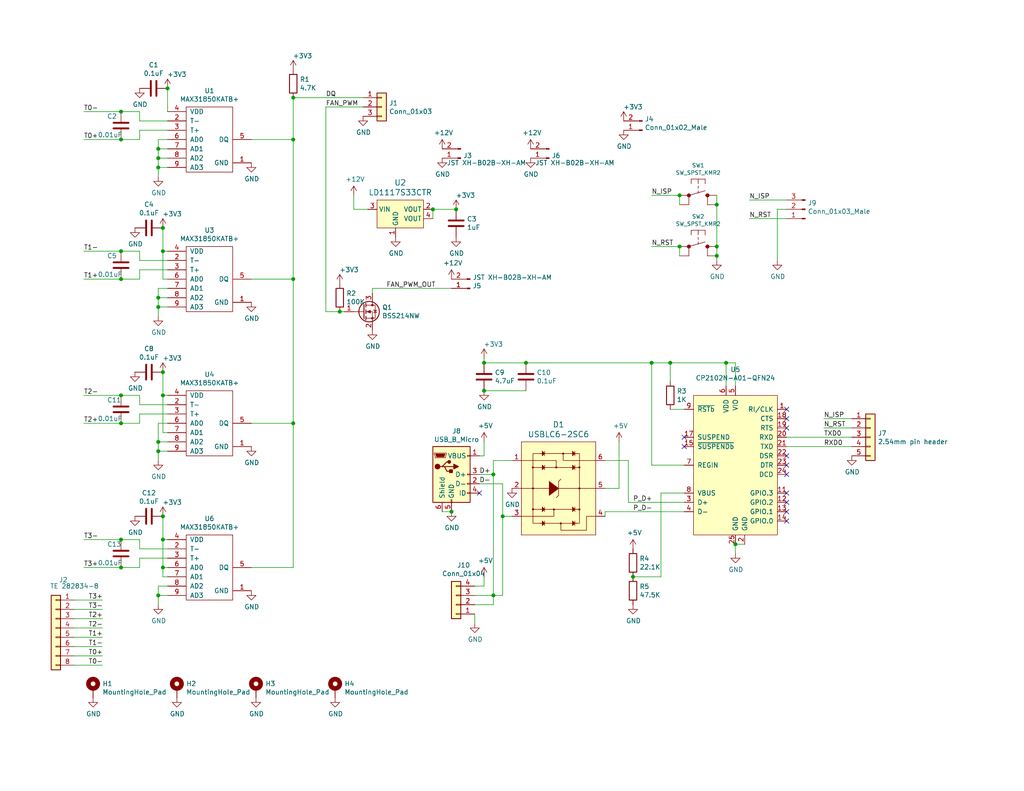
<source format=kicad_sch>
(kicad_sch (version 20230121) (generator eeschema)
  (paper "USLetter")
  (title_block (title "T-962 Temperature Monitor Board") (date "2019-03-27") (rev "1.2.3") (comment 1 "Copyright © 2018 Aaron Williams"))
  (lib_symbols
    (symbol "Connector_Generic:Conn_01x03" (pin_names (offset 1.016) hide)
      (property "Reference" "J" (at 0 5.08 0))
      (property "Value" "Conn_01x03" (at 0 -5.08 0))
      (symbol "Conn_01x03_1_1"
        (pin passive line (at -5.08 2.54 0) (length 3.81) (name "Pin_1") (number "1"))
        (pin passive line (at -5.08 0 0) (length 3.81) (name "Pin_2") (number "2"))
        (pin passive line (at -5.08 -2.54 0) (length 3.81) (name "Pin_3") (number "3"))
      )
    )
    (symbol "Connector_Generic:Conn_01x04" (pin_names (offset 1.016) hide)
      (property "Reference" "J" (at 0 5.08 0))
      (property "Value" "Conn_01x04" (at 0 -7.62 0))
      (symbol "Conn_01x04_1_1"
        (pin passive line (at -5.08 2.54 0) (length 3.81) (name "Pin_1") (number "1"))
        (pin passive line (at -5.08 0 0) (length 3.81) (name "Pin_2") (number "2"))
        (pin passive line (at -5.08 -2.54 0) (length 3.81) (name "Pin_3") (number "3"))
        (pin passive line (at -5.08 -5.08 0) (length 3.81) (name "Pin_4") (number "4"))
      )
    )
    (symbol "Connector_Generic:Conn_01x05" (pin_names (offset 1.016) hide)
      (property "Reference" "J" (at 0 7.62 0))
      (property "Value" "Conn_01x05" (at 0 -7.62 0))
      (symbol "Conn_01x05_1_1"
        (pin passive line (at -5.08 5.08 0) (length 3.81) (name "Pin_1") (number "1"))
        (pin passive line (at -5.08 2.54 0) (length 3.81) (name "Pin_2") (number "2"))
        (pin passive line (at -5.08 0 0) (length 3.81) (name "Pin_3") (number "3"))
        (pin passive line (at -5.08 -2.54 0) (length 3.81) (name "Pin_4") (number "4"))
        (pin passive line (at -5.08 -5.08 0) (length 3.81) (name "Pin_5") (number "5"))
      )
    )
    (symbol "Connector_Generic:Conn_01x08" (pin_names (offset 1.016) hide)
      (property "Reference" "J" (at 0 10.16 0))
      (property "Value" "Conn_01x08" (at 0 -12.7 0))
      (symbol "Conn_01x08_1_1"
        (pin passive line (at -5.08 7.62 0) (length 3.81) (name "Pin_1") (number "1"))
        (pin passive line (at -5.08 5.08 0) (length 3.81) (name "Pin_2") (number "2"))
        (pin passive line (at -5.08 2.54 0) (length 3.81) (name "Pin_3") (number "3"))
        (pin passive line (at -5.08 0 0) (length 3.81) (name "Pin_4") (number "4"))
        (pin passive line (at -5.08 -2.54 0) (length 3.81) (name "Pin_5") (number "5"))
        (pin passive line (at -5.08 -5.08 0) (length 3.81) (name "Pin_6") (number "6"))
        (pin passive line (at -5.08 -7.62 0) (length 3.81) (name "Pin_7") (number "7"))
        (pin passive line (at -5.08 -10.16 0) (length 3.81) (name "Pin_8") (number "8"))
      )
    )
    (symbol "Device:C" (pin_numbers hide) (pin_names (offset 0.254))
      (property "Reference" "C" (at 0.635 2.54 0))
      (property "Value" "C" (at 0.635 -2.54 0))
      (symbol "C_1_1"
        (pin passive line (at 0 3.81 270) (length 2.794) (name "~") (number "1"))
        (pin passive line (at 0 -3.81 90) (length 2.794) (name "~") (number "2"))
      )
    )
    (symbol "Device:R" (pin_numbers hide) (pin_names (offset 0))
      (property "Reference" "R" (at 2.032 0 90))
      (property "Value" "R" (at 0 0 90))
      (symbol "R_1_1"
        (pin passive line (at 0 3.81 270) (length 1.27) (name "~") (number "1"))
        (pin passive line (at 0 -3.81 90) (length 1.27) (name "~") (number "2"))
      )
    )
    (symbol "Mechanical:MountingHole_Pad" (pin_numbers hide) (pin_names (offset 1.016) hide)
      (property "Reference" "H" (at 0 6.35 0))
      (property "Value" "MountingHole_Pad" (at 0 4.445 0))
      (symbol "MountingHole_Pad_1_1"
        (pin input line (at 0 -2.54 90) (length 2.54) (name "1") (number "1"))
      )
    )
    (symbol "Transistor_FET:BSS214NW" (pin_names hide)
      (property "Reference" "Q" (at 5.08 1.905 0))
      (property "Value" "BSS214NW" (at 5.08 0 0))
      (symbol "BSS214NW_1_1"
        (pin input line (at -5.08 0 0) (length 2.54) (name "G") (number "1"))
        (pin passive line (at 2.54 -5.08 90) (length 2.54) (name "S") (number "2"))
        (pin passive line (at 2.54 5.08 270) (length 2.54) (name "D") (number "3"))
      )
    )
    (symbol "power:+12V" (power) (pin_names (offset 0))
      (property "Value" "+12V" (at 0 3.556 0))
      (symbol "+12V_1_1"
        (pin power_in line (at 0 0 90) (length 0) hide (name "+12V") (number "1"))
      )
    )
    (symbol "power:+5V" (power) (pin_names (offset 0))
      (property "Value" "+5V" (at 0 3.556 0))
      (symbol "+5V_1_1"
        (pin power_in line (at 0 0 90) (length 0) hide (name "+5V") (number "1"))
      )
    )
    (symbol "power:GND" (power) (pin_names (offset 0))
      (property "Value" "GND" (at 0 -3.81 0))
      (symbol "GND_1_1"
        (pin power_in line (at 0 0 270) (length 0) hide (name "GND") (number "1"))
      )
    )
    (symbol "t962-rescue:+3.3V-power" (power) (pin_names (offset 0))
      (property "Value" "+3.3V-power" (at 0 3.556 0))
      (symbol "+3.3V-power_1_1"
        (pin power_in line (at 0 0 90) (length 0) hide (name "+3V3") (number "1"))
      )
    )
    (symbol "t962-rescue:CP2102N-A01-QFN24-cp2102n-a01-qfn24" (pin_names (offset 1.016))
      (property "Reference" "U" (at -10.16 20.32 0))
      (property "Value" "cp2102n-a01-qfn24_CP2102N-A01-QFN24" (at 0 24.13 0))
      (symbol "CP2102N-A01-QFN24-cp2102n-a01-qfn24_1_1"
        (pin output line (at 13.97 15.24 180) (length 2.54) (name "RI/CLK") (number "1"))
        (pin bidirectional line (at 13.97 -7.62 180) (length 2.54) (name "GPIO.3") (number "11"))
        (pin bidirectional line (at 13.97 -10.16 180) (length 2.54) (name "GPIO.2") (number "12"))
        (pin bidirectional line (at 13.97 -12.7 180) (length 2.54) (name "GPIO.1") (number "13"))
        (pin bidirectional line (at 13.97 -15.24 180) (length 2.54) (name "GPIO.0") (number "14"))
        (pin output line (at -13.97 5.08 0) (length 2.54) (name "~{SUSPENDb}") (number "15"))
        (pin output line (at -13.97 7.62 0) (length 2.54) (name "SUSPEND") (number "17"))
        (pin output line (at 13.97 12.7 180) (length 2.54) (name "CTS") (number "18"))
        (pin output line (at 13.97 10.16 180) (length 2.54) (name "RTS") (number "19"))
        (pin power_in line (at 2.54 -21.59 90) (length 2.54) (name "GND") (number "2"))
        (pin input line (at 13.97 7.62 180) (length 2.54) (name "RXD") (number "20"))
        (pin output line (at 13.97 5.08 180) (length 2.54) (name "TXD") (number "21"))
        (pin input line (at 13.97 2.54 180) (length 2.54) (name "DSR") (number "22"))
        (pin output line (at 13.97 0 180) (length 2.54) (name "DTR") (number "23"))
        (pin input line (at 13.97 -2.54 180) (length 2.54) (name "DCD") (number "24"))
        (pin power_in line (at 0 -21.59 90) (length 2.54) (name "GND") (number "25"))
        (pin input line (at -13.97 -10.16 0) (length 2.54) (name "D+") (number "3"))
        (pin input line (at -13.97 -12.7 0) (length 2.54) (name "D-") (number "4"))
        (pin power_in line (at 0 21.59 270) (length 2.54) (name "VIO") (number "5"))
        (pin power_out line (at -2.54 21.59 270) (length 2.54) (name "VDD") (number "6"))
        (pin power_in line (at -13.97 0 0) (length 2.54) (name "REGIN") (number "7"))
        (pin input line (at -13.97 -7.62 0) (length 2.54) (name "VBUS") (number "8"))
        (pin input line (at -13.97 15.24 0) (length 2.54) (name "~{RSTb}") (number "9"))
      )
    )
    (symbol "t962-rescue:Conn_01x02_Male-Connector" (pin_names (offset 1.016) hide)
      (property "Reference" "J" (at 0 2.54 0))
      (property "Value" "Connector_Conn_01x02_Male" (at 0 -5.08 0))
      (symbol "Conn_01x02_Male-Connector_1_1"
        (pin passive line (at 5.08 0 180) (length 3.81) (name "Pin_1") (number "1"))
        (pin passive line (at 5.08 -2.54 180) (length 3.81) (name "Pin_2") (number "2"))
      )
    )
    (symbol "t962-rescue:Conn_01x03_Male-Connector" (pin_names (offset 1.016) hide)
      (property "Reference" "J" (at 0 5.08 0))
      (property "Value" "Connector_Conn_01x03_Male" (at 0 -5.08 0))
      (symbol "Conn_01x03_Male-Connector_1_1"
        (pin passive line (at 5.08 2.54 180) (length 3.81) (name "Pin_1") (number "1"))
        (pin passive line (at 5.08 0 180) (length 3.81) (name "Pin_2") (number "2"))
        (pin passive line (at 5.08 -2.54 180) (length 3.81) (name "Pin_3") (number "3"))
      )
    )
    (symbol "t962-rescue:LD1117S33CTR-dk_PMIC-Voltage-Regulators-Linear"
      (property "Reference" "U" (at 1.27 3.81 0))
      (property "Value" "dk_PMIC-Voltage-Regulators-Linear_LD1117S33CTR" (at 1.27 6.35 0))
      (symbol "LD1117S33CTR-dk_PMIC-Voltage-Regulators-Linear_1_1"
        (pin power_in line (at 0 -7.62 90) (length 2.54) (name "GND") (number "1"))
        (pin power_out line (at 10.16 0 180) (length 2.54) (name "VOUT") (number "2"))
        (pin power_in line (at -7.62 0 0) (length 2.54) (name "VIN") (number "3"))
        (pin power_out line (at 10.16 -2.54 180) (length 2.54) (name "VOUT") (number "4"))
      )
    )
    (symbol "t962-rescue:MAX31850KATB+-Aaron" (pin_names (offset 1.016))
      (property "Reference" "U" (at -6.35 10.16 0))
      (property "Value" "Aaron_MAX31850KATB+" (at 2.54 10.16 0))
      (symbol "MAX31850KATB+-Aaron_1_1"
        (pin power_in line (at 11.43 -6.35 180) (length 5.08) (name "GND") (number "1"))
        (pin power_in line (at 11.43 -6.35 180) (length 5.08) hide (name "GND") (number "11"))
        (pin power_in line (at -11.43 5.08 0) (length 5.08) (name "T-") (number "2"))
        (pin power_in line (at -11.43 2.54 0) (length 5.08) (name "T+") (number "3"))
        (pin power_in line (at -11.43 7.62 0) (length 5.08) (name "VDD") (number "4"))
        (pin bidirectional line (at 11.43 0 180) (length 5.08) (name "DQ") (number "5"))
        (pin input line (at -11.43 0 0) (length 5.08) (name "AD0") (number "6"))
        (pin input line (at -11.43 -2.54 0) (length 5.08) (name "AD1") (number "7"))
        (pin input line (at -11.43 -5.08 0) (length 5.08) (name "AD2") (number "8"))
        (pin input line (at -11.43 -7.62 0) (length 5.08) (name "AD3") (number "9"))
      )
    )
    (symbol "t962-rescue:SW_SPST_KMR2-switch_tact_smt" (pin_names (offset 1.016))
      (property "Reference" "SW" (at -2.54 6.35 0))
      (property "Value" "switch_tact_smt_SW_SPST_KMR2" (at -5.08 -5.08 0))
      (symbol "SW_SPST_KMR2-switch_tact_smt_1_0"
        (pin passive line (at -5.08 0 0) (length 2.54) (name "P") (number "1"))
        (pin passive line (at -5.08 -2.54 0) (length 2.54) (name "P1") (number "1"))
        (pin passive line (at 5.08 0 180) (length 2.54) (name "S") (number "2"))
        (pin passive line (at 5.08 -2.54 180) (length 2.54) (name "S1") (number "2"))
      )
    )
    (symbol "t962-rescue:USBLC6-2SC6-dk_TVS-Diodes" (pin_names (offset 1.016))
      (property "Reference" "D" (at -10.16 13.97 0))
      (property "Value" "dk_TVS-Diodes_USBLC6-2SC6" (at 0 -13.97 0))
      (symbol "USBLC6-2SC6-dk_TVS-Diodes_1_1"
        (pin input line (at -12.7 7.62 0) (length 2.54) (name "~") (number "1"))
        (pin power_in line (at -12.7 0 0) (length 2.54) (name "~") (number "2"))
        (pin input line (at -12.7 -7.62 0) (length 2.54) (name "~") (number "3"))
        (pin input line (at 12.7 -7.62 180) (length 2.54) (name "~") (number "4"))
        (pin output line (at 12.7 0 180) (length 2.54) (name "~") (number "5"))
        (pin input line (at 12.7 7.62 180) (length 2.54) (name "~") (number "6"))
      )
    )
    (symbol "t962-rescue:USB_B_Micro-Connector" (pin_names (offset 1.016))
      (property "Reference" "J" (at -5.08 11.43 0))
      (property "Value" "Connector_USB_B_Micro" (at -5.08 8.89 0))
      (symbol "USB_B_Micro-Connector_1_1"
        (pin power_out line (at 7.62 5.08 180) (length 2.54) (name "VBUS") (number "1"))
        (pin passive line (at 7.62 -2.54 180) (length 2.54) (name "D-") (number "2"))
        (pin passive line (at 7.62 0 180) (length 2.54) (name "D+") (number "3"))
        (pin passive line (at 7.62 -5.08 180) (length 2.54) (name "ID") (number "4"))
        (pin power_out line (at 0 -10.16 90) (length 2.54) (name "GND") (number "5"))
        (pin passive line (at -2.54 -10.16 90) (length 2.54) (name "Shield") (number "6"))
      )
    )
  )
  (junction (at 80.01 115.57))
  (junction (at 44.45 62.23))
  (junction (at 33.02 76.2))
  (junction (at 33.02 154.94))
  (junction (at 43.18 83.82))
  (junction (at 44.45 147.32))
  (junction (at 132.08 106.68))
  (junction (at 43.18 43.18))
  (junction (at 195.58 55.88))
  (junction (at 44.45 107.95))
  (junction (at 43.18 162.56))
  (junction (at 43.18 45.72))
  (junction (at 44.45 154.94))
  (junction (at 200.66 148.59))
  (junction (at 185.42 67.31))
  (junction (at 33.02 68.58))
  (junction (at 195.58 69.85))
  (junction (at 45.72 24.13))
  (junction (at 33.02 107.95))
  (junction (at 123.19 139.7))
  (junction (at 80.01 38.1))
  (junction (at 198.12 99.06))
  (junction (at 195.58 67.31))
  (junction (at 33.02 147.32))
  (junction (at 43.18 40.64))
  (junction (at 134.62 129.54))
  (junction (at 124.46 57.15))
  (junction (at 44.45 101.6))
  (junction (at 80.01 76.2))
  (junction (at 137.16 140.97))
  (junction (at 143.51 99.06))
  (junction (at 182.88 99.06))
  (junction (at 43.18 120.65))
  (junction (at 185.42 53.34))
  (junction (at 33.02 115.57))
  (junction (at 134.62 162.56))
  (junction (at 44.45 68.58))
  (junction (at 92.71 85.09))
  (junction (at 43.18 81.28))
  (junction (at 132.08 99.06))
  (junction (at 44.45 140.97))
  (junction (at 172.72 157.48))
  (junction (at 33.02 30.48))
  (junction (at 80.01 26.67))
  (junction (at 43.18 123.19))
  (junction (at 177.8 99.06))
  (junction (at 118.11 57.15))
  (junction (at 33.02 38.1))
  (no_connect (at 214.63 134.62))
  (no_connect (at 214.63 124.46))
  (no_connect (at 214.63 139.7))
  (no_connect (at 214.63 142.24))
  (no_connect (at 214.63 114.3))
  (no_connect (at 214.63 116.84))
  (no_connect (at 214.63 129.54))
  (no_connect (at 186.69 119.38))
  (no_connect (at 214.63 137.16))
  (no_connect (at 186.69 121.92))
  (no_connect (at 214.63 111.76))
  (no_connect (at 130.81 134.62))
  (no_connect (at 214.63 127))
  (wire (pts (xy 96.52 53.34) (xy 96.52 57.15)))
  (wire (pts (xy 200.66 151.13) (xy 200.66 148.59)))
  (wire (pts (xy 80.01 76.2) (xy 68.58 76.2)))
  (wire (pts (xy 45.72 33.02) (xy 38.1 33.02)))
  (wire (pts (xy 186.69 139.7) (xy 165.1 139.7)))
  (wire (pts (xy 171.45 125.73) (xy 165.1 125.73)))
  (wire (pts (xy 44.45 101.6) (xy 44.45 107.95)))
  (wire (pts (xy 132.08 157.48) (xy 132.08 160.02)))
  (wire (pts (xy 43.18 38.1) (xy 43.18 40.64)))
  (wire (pts (xy 224.79 116.84) (xy 232.41 116.84)))
  (wire (pts (xy 33.02 115.57) (xy 22.86 115.57)))
  (wire (pts (xy 45.72 73.66) (xy 38.1 73.66)))
  (wire (pts (xy 38.1 68.58) (xy 33.02 68.58)))
  (wire (pts (xy 20.32 176.53) (xy 27.94 176.53)))
  (wire (pts (xy 38.1 71.12) (xy 38.1 68.58)))
  (wire (pts (xy 80.01 76.2) (xy 80.01 115.57)))
  (wire (pts (xy 43.18 86.36) (xy 43.18 83.82)))
  (wire (pts (xy 130.81 129.54) (xy 134.62 129.54)))
  (wire (pts (xy 204.47 54.61) (xy 214.63 54.61)))
  (wire (pts (xy 177.8 99.06) (xy 177.8 127)))
  (wire (pts (xy 43.18 123.19) (xy 45.72 123.19)))
  (wire (pts (xy 143.51 106.68) (xy 132.08 106.68)))
  (wire (pts (xy 43.18 81.28) (xy 43.18 83.82)))
  (wire (pts (xy 38.1 154.94) (xy 33.02 154.94)))
  (wire (pts (xy 212.09 57.15) (xy 212.09 71.12)))
  (wire (pts (xy 45.72 120.65) (xy 43.18 120.65)))
  (wire (pts (xy 38.1 152.4) (xy 38.1 154.94)))
  (wire (pts (xy 132.08 124.46) (xy 130.81 124.46)))
  (wire (pts (xy 214.63 57.15) (xy 212.09 57.15)))
  (wire (pts (xy 132.08 120.65) (xy 132.08 124.46)))
  (wire (pts (xy 134.62 125.73) (xy 139.7 125.73)))
  (wire (pts (xy 44.45 68.58) (xy 45.72 68.58)))
  (wire (pts (xy 45.72 24.13) (xy 45.72 30.48)))
  (wire (pts (xy 43.18 83.82) (xy 45.72 83.82)))
  (wire (pts (xy 195.58 71.12) (xy 195.58 69.85)))
  (wire (pts (xy 182.88 99.06) (xy 182.88 104.14)))
  (wire (pts (xy 45.72 81.28) (xy 43.18 81.28)))
  (wire (pts (xy 38.1 38.1) (xy 33.02 38.1)))
  (wire (pts (xy 43.18 165.1) (xy 43.18 162.56)))
  (wire (pts (xy 33.02 154.94) (xy 22.86 154.94)))
  (wire (pts (xy 80.01 115.57) (xy 68.58 115.57)))
  (wire (pts (xy 177.8 53.34) (xy 185.42 53.34)))
  (wire (pts (xy 129.54 162.56) (xy 134.62 162.56)))
  (wire (pts (xy 180.34 134.62) (xy 180.34 157.48)))
  (wire (pts (xy 45.72 154.94) (xy 44.45 154.94)))
  (wire (pts (xy 139.7 140.97) (xy 137.16 140.97)))
  (wire (pts (xy 45.72 113.03) (xy 38.1 113.03)))
  (wire (pts (xy 134.62 129.54) (xy 134.62 125.73)))
  (wire (pts (xy 195.58 55.88) (xy 195.58 53.34)))
  (wire (pts (xy 38.1 73.66) (xy 38.1 76.2)))
  (wire (pts (xy 88.9 29.21) (xy 88.9 85.09)))
  (wire (pts (xy 198.12 99.06) (xy 198.12 105.41)))
  (wire (pts (xy 88.9 85.09) (xy 92.71 85.09)))
  (wire (pts (xy 232.41 114.3) (xy 224.79 114.3)))
  (wire (pts (xy 214.63 121.92) (xy 232.41 121.92)))
  (wire (pts (xy 38.1 30.48) (xy 33.02 30.48)))
  (wire (pts (xy 43.18 43.18) (xy 43.18 45.72)))
  (wire (pts (xy 38.1 107.95) (xy 33.02 107.95)))
  (wire (pts (xy 143.51 99.06) (xy 177.8 99.06)))
  (wire (pts (xy 101.6 78.74) (xy 101.6 80.01)))
  (wire (pts (xy 214.63 119.38) (xy 232.41 119.38)))
  (wire (pts (xy 20.32 179.07) (xy 27.94 179.07)))
  (wire (pts (xy 44.45 107.95) (xy 45.72 107.95)))
  (wire (pts (xy 123.19 139.7) (xy 120.65 139.7)))
  (wire (pts (xy 33.02 68.58) (xy 22.86 68.58)))
  (wire (pts (xy 43.18 78.74) (xy 43.18 81.28)))
  (wire (pts (xy 45.72 152.4) (xy 38.1 152.4)))
  (wire (pts (xy 45.72 118.11) (xy 44.45 118.11)))
  (wire (pts (xy 80.01 38.1) (xy 68.58 38.1)))
  (wire (pts (xy 45.72 78.74) (xy 43.18 78.74)))
  (wire (pts (xy 43.18 45.72) (xy 45.72 45.72)))
  (wire (pts (xy 43.18 48.26) (xy 43.18 45.72)))
  (wire (pts (xy 118.11 59.69) (xy 118.11 57.15)))
  (wire (pts (xy 38.1 33.02) (xy 38.1 30.48)))
  (wire (pts (xy 172.72 157.48) (xy 180.34 157.48)))
  (wire (pts (xy 129.54 170.18) (xy 129.54 167.64)))
  (wire (pts (xy 80.01 26.67) (xy 80.01 38.1)))
  (wire (pts (xy 38.1 35.56) (xy 38.1 38.1)))
  (wire (pts (xy 168.91 120.65) (xy 168.91 133.35)))
  (wire (pts (xy 137.16 132.08) (xy 130.81 132.08)))
  (wire (pts (xy 45.72 160.02) (xy 43.18 160.02)))
  (wire (pts (xy 171.45 137.16) (xy 171.45 125.73)))
  (wire (pts (xy 45.72 40.64) (xy 43.18 40.64)))
  (wire (pts (xy 44.45 157.48) (xy 44.45 154.94)))
  (wire (pts (xy 20.32 168.91) (xy 27.94 168.91)))
  (wire (pts (xy 45.72 71.12) (xy 38.1 71.12)))
  (wire (pts (xy 20.32 181.61) (xy 27.94 181.61)))
  (wire (pts (xy 43.18 115.57) (xy 43.18 120.65)))
  (wire (pts (xy 45.72 157.48) (xy 44.45 157.48)))
  (wire (pts (xy 45.72 38.1) (xy 43.18 38.1)))
  (wire (pts (xy 44.45 154.94) (xy 44.45 147.32)))
  (wire (pts (xy 45.72 35.56) (xy 38.1 35.56)))
  (wire (pts (xy 33.02 30.48) (xy 22.86 30.48)))
  (wire (pts (xy 195.58 67.31) (xy 195.58 55.88)))
  (wire (pts (xy 118.11 57.15) (xy 124.46 57.15)))
  (wire (pts (xy 43.18 160.02) (xy 43.18 162.56)))
  (wire (pts (xy 177.8 67.31) (xy 185.42 67.31)))
  (wire (pts (xy 99.06 29.21) (xy 88.9 29.21)))
  (wire (pts (xy 43.18 40.64) (xy 43.18 43.18)))
  (wire (pts (xy 185.42 67.31) (xy 185.42 69.85)))
  (wire (pts (xy 134.62 129.54) (xy 134.62 162.56)))
  (wire (pts (xy 38.1 113.03) (xy 38.1 115.57)))
  (wire (pts (xy 38.1 147.32) (xy 33.02 147.32)))
  (wire (pts (xy 80.01 115.57) (xy 80.01 154.94)))
  (wire (pts (xy 185.42 53.34) (xy 185.42 55.88)))
  (wire (pts (xy 44.45 62.23) (xy 44.45 68.58)))
  (wire (pts (xy 186.69 127) (xy 177.8 127)))
  (wire (pts (xy 204.47 59.69) (xy 214.63 59.69)))
  (wire (pts (xy 45.72 149.86) (xy 38.1 149.86)))
  (wire (pts (xy 134.62 162.56) (xy 137.16 162.56)))
  (wire (pts (xy 132.08 160.02) (xy 129.54 160.02)))
  (wire (pts (xy 92.71 85.09) (xy 93.98 85.09)))
  (wire (pts (xy 96.52 57.15) (xy 100.33 57.15)))
  (wire (pts (xy 44.45 118.11) (xy 44.45 107.95)))
  (wire (pts (xy 186.69 134.62) (xy 180.34 134.62)))
  (wire (pts (xy 38.1 149.86) (xy 38.1 147.32)))
  (wire (pts (xy 177.8 99.06) (xy 182.88 99.06)))
  (wire (pts (xy 33.02 147.32) (xy 22.86 147.32)))
  (wire (pts (xy 182.88 99.06) (xy 198.12 99.06)))
  (wire (pts (xy 200.66 99.06) (xy 198.12 99.06)))
  (wire (pts (xy 45.72 43.18) (xy 43.18 43.18)))
  (wire (pts (xy 80.01 38.1) (xy 80.01 76.2)))
  (wire (pts (xy 165.1 139.7) (xy 165.1 140.97)))
  (wire (pts (xy 132.08 99.06) (xy 143.51 99.06)))
  (wire (pts (xy 38.1 115.57) (xy 33.02 115.57)))
  (wire (pts (xy 20.32 166.37) (xy 27.94 166.37)))
  (wire (pts (xy 137.16 162.56) (xy 137.16 140.97)))
  (wire (pts (xy 45.72 110.49) (xy 38.1 110.49)))
  (wire (pts (xy 80.01 26.67) (xy 99.06 26.67)))
  (wire (pts (xy 80.01 154.94) (xy 68.58 154.94)))
  (wire (pts (xy 43.18 120.65) (xy 43.18 123.19)))
  (wire (pts (xy 132.08 97.79) (xy 132.08 99.06)))
  (wire (pts (xy 186.69 137.16) (xy 171.45 137.16)))
  (wire (pts (xy 134.62 165.1) (xy 129.54 165.1)))
  (wire (pts (xy 137.16 140.97) (xy 137.16 132.08)))
  (wire (pts (xy 44.45 140.97) (xy 44.45 147.32)))
  (wire (pts (xy 200.66 99.06) (xy 200.66 105.41)))
  (wire (pts (xy 168.91 133.35) (xy 165.1 133.35)))
  (wire (pts (xy 44.45 147.32) (xy 45.72 147.32)))
  (wire (pts (xy 38.1 110.49) (xy 38.1 107.95)))
  (wire (pts (xy 186.69 111.76) (xy 182.88 111.76)))
  (wire (pts (xy 123.19 78.74) (xy 101.6 78.74)))
  (wire (pts (xy 38.1 76.2) (xy 33.02 76.2)))
  (wire (pts (xy 43.18 125.73) (xy 43.18 123.19)))
  (wire (pts (xy 33.02 38.1) (xy 22.86 38.1)))
  (wire (pts (xy 20.32 173.99) (xy 27.94 173.99)))
  (wire (pts (xy 44.45 76.2) (xy 44.45 68.58)))
  (wire (pts (xy 43.18 162.56) (xy 45.72 162.56)))
  (wire (pts (xy 33.02 107.95) (xy 22.86 107.95)))
  (wire (pts (xy 195.58 69.85) (xy 195.58 67.31)))
  (wire (pts (xy 45.72 76.2) (xy 44.45 76.2)))
  (wire (pts (xy 134.62 162.56) (xy 134.62 165.1)))
  (wire (pts (xy 20.32 171.45) (xy 27.94 171.45)))
  (wire (pts (xy 20.32 163.83) (xy 27.94 163.83)))
  (wire (pts (xy 33.02 76.2) (xy 22.86 76.2)))
  (wire (pts (xy 200.66 148.59) (xy 203.2 148.59)))
  (wire (pts (xy 45.72 115.57) (xy 43.18 115.57)))
  (label "N_RST" (at 224.79 116.84 0))
  (label "DQ" (at 88.9 26.67 0))
  (label "FAN_PWM" (at 88.9 29.21 0))
  (label "T3+" (at 22.86 154.94 0))
  (label "T0+" (at 24.13 179.07 0))
  (label "N_ISP" (at 204.47 54.61 0))
  (label "T1+" (at 22.86 76.2 0))
  (label "T1-" (at 24.13 176.53 0))
  (label "T2-" (at 22.86 107.95 0))
  (label "P_D+" (at 172.72 137.16 0))
  (label "FAN_PWM_OUT" (at 105.41 78.74 0))
  (label "N_ISP" (at 177.8 53.34 0))
  (label "N_RST" (at 204.47 59.69 0))
  (label "T2+" (at 24.13 168.91 0))
  (label "T3-" (at 22.86 147.32 0))
  (label "T3-" (at 24.13 166.37 0))
  (label "T2-" (at 24.13 171.45 0))
  (label "N_RST" (at 177.8 67.31 0))
  (label "RXD0" (at 224.79 121.92 0))
  (label "D-" (at 130.81 132.08 0))
  (label "D+" (at 130.81 129.54 0))
  (label "T2+" (at 22.86 115.57 0))
  (label "T1+" (at 24.13 173.99 0))
  (label "T0-" (at 24.13 181.61 0))
  (label "T0+" (at 22.86 38.1 0))
  (label "N_ISP" (at 224.79 114.3 0))
  (label "T0-" (at 22.86 30.48 0))
  (label "T3+" (at 24.13 163.83 0))
  (label "TXD0" (at 224.79 119.38 0))
  (label "T1-" (at 22.86 68.58 0))
  (label "P_D-" (at 172.72 139.7 0))
  (symbol (lib_id "t962-rescue:MAX31850KATB+-Aaron") (at 57.15 38.1 0) (unit 1)
    (property "Reference" "U1" (at 57.15 24.765 0))
    (property "Value" "MAX31850KATB+" (at 57.15 27.0764 0))
    (property "Footprint" "Aaron:TDFN-10_3x4mm_P0.5mm" (effects hide))
    (property "Datasheet" "https://datasheets.maximintegrated.com/en/ds/MAX31850-MAX31851.pdf" (effects hide))
    (property "MFR" "Maxim" (effects hide))
    (property "MPN" "MAX31850KATB+" (effects hide))
    (property "SPR" "Digikey" (effects hide))
    (property "SPN" "MAX31850KATB+-ND" (effects hide))
    (property "SPURL" "https://www.digikey.com/product-detail/en/maxim-integrated/MAX31850KATB/MAX31850KATB-ND/3976056" (effects hide))
  )
  (symbol (lib_id "Device:C") (at 33.02 34.29 180) (unit 1)
    (property "Reference" "C2" (at 29.21 31.75 0) (effects (justify right)))
    (property "Value" "0.01uF" (at 26.67 36.83 0) (effects (justify right)))
    (property "Footprint" "Capacitor_SMD:C_0603_1608Metric" (effects hide))
    (property "MFR" "-" (effects hide))
    (property "MPN" "-" (effects hide))
    (property "SPR" "-" (effects hide))
    (property "SPN" "-" (effects hide))
    (property "SPURL" "-" (effects hide))
  )
  (symbol (lib_id "Device:C") (at 41.91 24.13 90) (unit 1)
    (property "Reference" "C1" (at 41.91 17.7292 90))
    (property "Value" "0.1uF" (at 41.91 20.0406 90))
    (property "Footprint" "Capacitor_SMD:C_0603_1608Metric" (effects hide))
    (property "MFR" "-" (effects hide))
    (property "MPN" "-" (effects hide))
    (property "SPR" "-" (effects hide))
    (property "SPN" "-" (effects hide))
    (property "SPURL" "-" (effects hide))
  )
  (symbol (lib_id "power:GND") (at 38.1 24.13 0) (unit 1)
    (property "Reference" "#PWR02" (effects hide))
    (property "Value" "GND" (at 38.227 28.5242 0))
  )
  (symbol (lib_id "t962-rescue:+3.3V-power") (at 45.72 24.13 0) (unit 1)
    (property "Reference" "#PWR03" (effects hide))
    (property "Value" "+3.3V" (at 48.26 20.32 0))
  )
  (symbol (lib_id "power:GND") (at 43.18 48.26 0) (unit 1)
    (property "Reference" "#PWR08" (effects hide))
    (property "Value" "GND" (at 43.307 52.6542 0))
  )
  (symbol (lib_id "power:GND") (at 99.06 31.75 0) (unit 1)
    (property "Reference" "#PWR04" (effects hide))
    (property "Value" "GND" (at 99.187 36.1442 0))
  )
  (symbol (lib_id "power:GND") (at 68.58 44.45 0) (unit 1)
    (property "Reference" "#PWR07" (effects hide))
    (property "Value" "GND" (at 68.707 48.8442 0))
  )
  (symbol (lib_id "t962-rescue:MAX31850KATB+-Aaron") (at 57.15 76.2 0) (unit 1)
    (property "Reference" "U3" (at 57.15 62.865 0))
    (property "Value" "MAX31850KATB+" (at 57.15 65.1764 0))
    (property "Footprint" "Aaron:TDFN-10_3x4mm_P0.5mm" (effects hide))
    (property "Datasheet" "https://datasheets.maximintegrated.com/en/ds/MAX31850-MAX31851.pdf" (effects hide))
    (property "MFR" "Maxim" (effects hide))
    (property "MPN" "MAX31850KATB+" (effects hide))
    (property "SPR" "Digikey" (effects hide))
    (property "SPN" "MAX31850KATB+-ND" (effects hide))
    (property "SPURL" "https://www.digikey.com/product-detail/en/maxim-integrated/MAX31850KATB/MAX31850KATB-ND/3976056" (effects hide))
  )
  (symbol (lib_id "Device:C") (at 33.02 72.39 180) (unit 1)
    (property "Reference" "C5" (at 29.21 69.85 0) (effects (justify right)))
    (property "Value" "0.01uF" (at 26.67 74.93 0) (effects (justify right)))
    (property "Footprint" "Capacitor_SMD:C_0603_1608Metric" (effects hide))
    (property "MFR" "-" (effects hide))
    (property "MPN" "-" (effects hide))
    (property "SPR" "-" (effects hide))
    (property "SPN" "-" (effects hide))
    (property "SPURL" "-" (effects hide))
  )
  (symbol (lib_id "Device:C") (at 40.64 62.23 90) (unit 1)
    (property "Reference" "C4" (at 40.64 55.8292 90))
    (property "Value" "0.1uF" (at 40.64 58.1406 90))
    (property "Footprint" "Capacitor_SMD:C_0603_1608Metric" (effects hide))
    (property "MFR" "-" (effects hide))
    (property "MPN" "-" (effects hide))
    (property "SPR" "-" (effects hide))
    (property "SPN" "-" (effects hide))
    (property "SPURL" "-" (effects hide))
  )
  (symbol (lib_id "power:GND") (at 36.83 62.23 0) (unit 1)
    (property "Reference" "#PWR011" (effects hide))
    (property "Value" "GND" (at 36.957 66.6242 0))
  )
  (symbol (lib_id "t962-rescue:+3.3V-power") (at 44.45 62.23 0) (unit 1)
    (property "Reference" "#PWR012" (effects hide))
    (property "Value" "+3.3V" (at 46.99 58.42 0))
  )
  (symbol (lib_id "power:GND") (at 43.18 86.36 0) (unit 1)
    (property "Reference" "#PWR019" (effects hide))
    (property "Value" "GND" (at 43.307 90.7542 0))
  )
  (symbol (lib_id "power:GND") (at 68.58 82.55 0) (unit 1)
    (property "Reference" "#PWR018" (effects hide))
    (property "Value" "GND" (at 68.707 86.9442 0))
  )
  (symbol (lib_id "t962-rescue:MAX31850KATB+-Aaron") (at 57.15 115.57 0) (unit 1)
    (property "Reference" "U4" (at 57.15 102.235 0))
    (property "Value" "MAX31850KATB+" (at 57.15 104.5464 0))
    (property "Footprint" "Aaron:TDFN-10_3x4mm_P0.5mm" (effects hide))
    (property "Datasheet" "https://datasheets.maximintegrated.com/en/ds/MAX31850-MAX31851.pdf" (effects hide))
    (property "MFR" "Maxim" (effects hide))
    (property "MPN" "MAX31850KATB+" (effects hide))
    (property "SPR" "Digikey" (effects hide))
    (property "SPN" "MAX31850KATB+-ND" (effects hide))
    (property "SPURL" "https://www.digikey.com/product-detail/en/maxim-integrated/MAX31850KATB/MAX31850KATB-ND/3976056" (effects hide))
  )
  (symbol (lib_id "Device:C") (at 33.02 111.76 180) (unit 1)
    (property "Reference" "C11" (at 29.21 109.22 0) (effects (justify right)))
    (property "Value" "0.01uF" (at 26.67 114.3 0) (effects (justify right)))
    (property "Footprint" "Capacitor_SMD:C_0603_1608Metric" (effects hide))
    (property "MFR" "-" (effects hide))
    (property "MPN" "-" (effects hide))
    (property "SPR" "-" (effects hide))
    (property "SPN" "-" (effects hide))
    (property "SPURL" "-" (effects hide))
  )
  (symbol (lib_id "Device:C") (at 40.64 101.6 90) (unit 1)
    (property "Reference" "C8" (at 40.64 95.1992 90))
    (property "Value" "0.1uF" (at 40.64 97.5106 90))
    (property "Footprint" "Capacitor_SMD:C_0603_1608Metric" (effects hide))
    (property "MFR" "-" (effects hide))
    (property "MPN" "-" (effects hide))
    (property "SPR" "-" (effects hide))
    (property "SPN" "-" (effects hide))
    (property "SPURL" "-" (effects hide))
  )
  (symbol (lib_id "power:GND") (at 36.83 101.6 0) (unit 1)
    (property "Reference" "#PWR023" (effects hide))
    (property "Value" "GND" (at 36.957 105.9942 0))
  )
  (symbol (lib_id "t962-rescue:+3.3V-power") (at 44.45 101.6 0) (unit 1)
    (property "Reference" "#PWR024" (effects hide))
    (property "Value" "+3.3V" (at 46.99 97.79 0))
  )
  (symbol (lib_id "power:GND") (at 43.18 125.73 0) (unit 1)
    (property "Reference" "#PWR029" (effects hide))
    (property "Value" "GND" (at 43.307 130.1242 0))
  )
  (symbol (lib_id "power:GND") (at 68.58 121.92 0) (unit 1)
    (property "Reference" "#PWR028" (effects hide))
    (property "Value" "GND" (at 68.707 126.3142 0))
  )
  (symbol (lib_id "t962-rescue:MAX31850KATB+-Aaron") (at 57.15 154.94 0) (unit 1)
    (property "Reference" "U6" (at 57.15 141.605 0))
    (property "Value" "MAX31850KATB+" (at 57.15 143.9164 0))
    (property "Footprint" "Aaron:TDFN-10_3x4mm_P0.5mm" (effects hide))
    (property "Datasheet" "https://datasheets.maximintegrated.com/en/ds/MAX31850-MAX31851.pdf" (effects hide))
    (property "MFR" "Maxim" (effects hide))
    (property "MPN" "MAX31850KATB+" (effects hide))
    (property "SPR" "Digikey" (effects hide))
    (property "SPN" "MAX31850KATB+-ND" (effects hide))
    (property "SPURL" "https://www.digikey.com/products/en/integrated-circuits-ics/interface-sensor-and-detector-interfaces/752?k=MAX31850KATB%2B&k=&pkeyword=MAX31850KATB%2B&pv7=6&sf=0&quantity=&ColumnSort=0&page=1&pageSize=500" (effects hide))
  )
  (symbol (lib_id "Device:C") (at 33.02 151.13 180) (unit 1)
    (property "Reference" "C13" (at 29.21 148.59 0) (effects (justify right)))
    (property "Value" "0.01uF" (at 26.67 153.67 0) (effects (justify right)))
    (property "Footprint" "Capacitor_SMD:C_0603_1608Metric" (effects hide))
    (property "MFR" "-" (effects hide))
    (property "MPN" "-" (effects hide))
    (property "SPR" "-" (effects hide))
    (property "SPN" "-" (effects hide))
    (property "SPURL" "-" (effects hide))
  )
  (symbol (lib_id "Device:C") (at 40.64 140.97 90) (unit 1)
    (property "Reference" "C12" (at 40.64 134.5692 90))
    (property "Value" "0.1uF" (at 40.64 136.8806 90))
    (property "Footprint" "Capacitor_SMD:C_0603_1608Metric" (effects hide))
    (property "MFR" "-" (effects hide))
    (property "MPN" "-" (effects hide))
    (property "SPR" "-" (effects hide))
    (property "SPN" "-" (effects hide))
    (property "SPURL" "-" (effects hide))
  )
  (symbol (lib_id "power:GND") (at 36.83 140.97 0) (unit 1)
    (property "Reference" "#PWR033" (effects hide))
    (property "Value" "GND" (at 36.957 145.3642 0))
  )
  (symbol (lib_id "t962-rescue:+3.3V-power") (at 44.45 140.97 0) (unit 1)
    (property "Reference" "#PWR034" (effects hide))
    (property "Value" "+3.3V" (at 46.99 137.16 0))
  )
  (symbol (lib_id "power:GND") (at 43.18 165.1 0) (unit 1)
    (property "Reference" "#PWR039" (effects hide))
    (property "Value" "GND" (at 43.307 169.4942 0))
  )
  (symbol (lib_id "power:GND") (at 68.58 161.29 0) (unit 1)
    (property "Reference" "#PWR038" (effects hide))
    (property "Value" "GND" (at 68.707 165.6842 0))
  )
  (symbol (lib_id "Device:R") (at 80.01 22.86 0) (unit 1)
    (property "Reference" "R1" (at 81.788 21.6916 0) (effects (justify left)))
    (property "Value" "4.7K" (at 81.788 24.003 0) (effects (justify left)))
    (property "Footprint" "Resistor_SMD:R_0603_1608Metric" (effects hide))
    (property "Datasheet" "http://www.yageo.com/documents/recent/PYu-RC_Group_51_RoHS_L_9.pdf" (effects hide))
    (property "MFR" "Yageo" (effects hide))
    (property "MPN" "RC0603FR-074K7L" (effects hide))
    (property "SPR" "Digikey" (effects hide))
    (property "SPN" "311-4.70KHRCT-ND" (effects hide))
    (property "SPURL" "-" (effects hide))
  )
  (symbol (lib_id "t962-rescue:+3.3V-power") (at 80.01 19.05 0) (unit 1)
    (property "Reference" "#PWR01" (effects hide))
    (property "Value" "+3.3V" (at 82.55 15.24 0))
  )
  (symbol (lib_id "power:+12V") (at 96.52 53.34 0) (unit 1)
    (property "Reference" "#PWR09" (effects hide))
    (property "Value" "+12V" (at 96.901 48.9458 0))
  )
  (symbol (lib_id "t962-rescue:+3.3V-power") (at 124.46 57.15 0) (unit 1)
    (property "Reference" "#PWR010" (effects hide))
    (property "Value" "+3.3V" (at 127 53.34 0))
  )
  (symbol (lib_id "power:GND") (at 107.95 64.77 0) (unit 1)
    (property "Reference" "#PWR013" (effects hide))
    (property "Value" "GND" (at 108.077 69.1642 0))
  )
  (symbol (lib_id "Transistor_FET:BSS214NW") (at 99.06 85.09 0) (unit 1)
    (property "Reference" "Q1" (at 104.267 83.9216 0) (effects (justify left)))
    (property "Value" "BSS214NW" (at 104.267 86.233 0) (effects (justify left)))
    (property "Footprint" "Package_TO_SOT_SMD:SOT-323_SC-70" (effects hide))
    (property "Datasheet" "https://www.infineon.com/dgdl/Infineon-BSS214NW-DS-v02_02-en.pdf?fileId=db3a30431b3e89eb011b695aebc01bde" (effects hide))
    (property "MFR" "Infineon" (effects hide))
    (property "MPN" "BSS214NWH6327XTSA1" (effects hide))
    (property "SPR" "Digikey" (effects hide))
    (property "SPN" "BSS214NWH6327XTSA1CT-ND" (effects hide))
    (property "SPURL" "https://www.digikey.com/products/en/discrete-semiconductor-products/transistors-fets-mosfets-single/278?k=BSS214NW&k=&pkeyword=BSS214NW&pv7=2&pv1989=0&sf=0&quantity=&ColumnSort=0&page=1&stock=1&nstock=1&pageSize=500" (effects hide))
  )
  (symbol (lib_id "Connector_Generic:Conn_01x03") (at 104.14 29.21 0) (unit 1)
    (property "Reference" "J1" (at 106.172 28.1432 0) (effects (justify left)))
    (property "Value" "Conn_01x03" (at 106.172 30.4546 0) (effects (justify left)))
    (property "Footprint" "Connector_PinHeader_2.54mm:PinHeader_1x03_P2.54mm_Vertical" (effects hide))
    (property "MFR" "-" (effects hide))
    (property "MPN" "-" (effects hide))
    (property "SPR" "-" (effects hide))
    (property "SPN" "-" (effects hide))
    (property "SPURL" "-" (effects hide))
  )
  (symbol (lib_id "t962-rescue:Conn_01x02_Male-Connector") (at 125.73 43.18 180) (unit 1)
    (property "Reference" "J3" (at 126.4158 42.4942 0) (effects (justify right)))
    (property "Value" "JST XH-B02B-XH-AM" (at 121.92 44.45 0) (effects (justify right)))
    (property "Footprint" "Connector_JST:JST_XH_B02B-XH-AM_1x02_P2.50mm_Vertical" (effects hide))
    (property "Datasheet" "http://www.jst-mfg.com/product/pdf/eng/eXH.pdf" (effects hide))
    (property "MFR" "JST" (effects hide))
    (property "MPN" "B2B-XH-A(LF)(SN)" (effects hide))
    (property "SPR" "Digikey" (effects hide))
    (property "SPN" "455-2247-ND" (effects hide))
    (property "SPURL" "-" (effects hide))
  )
  (symbol (lib_id "power:+12V") (at 120.65 40.64 0) (unit 1)
    (property "Reference" "#PWR05" (effects hide))
    (property "Value" "+12V" (at 121.031 36.2458 0))
  )
  (symbol (lib_id "power:GND") (at 120.65 43.18 0) (unit 1)
    (property "Reference" "#PWR06" (effects hide))
    (property "Value" "GND" (at 120.777 47.5742 0))
  )
  (symbol (lib_id "t962-rescue:Conn_01x02_Male-Connector") (at 128.27 78.74 180) (unit 1)
    (property "Reference" "J5" (at 128.9558 78.0542 0) (effects (justify right)))
    (property "Value" "JST XH-B02B-XH-AM" (at 128.9558 75.7428 0) (effects (justify right)))
    (property "Footprint" "Connector_JST:JST_XH_B02B-XH-AM_1x02_P2.50mm_Vertical" (effects hide))
    (property "Datasheet" "http://www.jst-mfg.com/product/pdf/eng/eXH.pdf" (effects hide))
    (property "MFR" "JST" (effects hide))
    (property "MPN" "B2B-XH-A(LF)(SN)" (effects hide))
    (property "SPR" "Digikey" (effects hide))
    (property "SPN" "455-2247-ND" (effects hide))
    (property "SPURL" "https://www.digikey.com/product-detail/en/jst-sales-america-inc/B2B-XH-A-LF-SN/455-2247-ND/1651045" (effects hide))
  )
  (symbol (lib_id "power:+12V") (at 123.19 76.2 0) (unit 1)
    (property "Reference" "#PWR015" (effects hide))
    (property "Value" "+12V" (at 123.571 71.8058 0))
  )
  (symbol (lib_id "power:GND") (at 101.6 90.17 0) (unit 1)
    (property "Reference" "#PWR020" (effects hide))
    (property "Value" "GND" (at 101.727 94.5642 0))
  )
  (symbol (lib_id "Device:R") (at 92.71 81.28 0) (unit 1)
    (property "Reference" "R2" (at 94.488 80.1116 0) (effects (justify left)))
    (property "Value" "100K" (at 94.488 82.423 0) (effects (justify left)))
    (property "Footprint" "Resistor_SMD:R_0603_1608Metric" (effects hide))
    (property "MFR" "Yageo" (effects hide))
    (property "MPN" "AC0603FR-07100KL" (effects hide))
    (property "SPR" "Digikey" (effects hide))
    (property "SPN" "311-100KLDCT-ND" (effects hide))
    (property "SPURL" "-" (effects hide))
  )
  (symbol (lib_id "t962-rescue:+3.3V-power") (at 92.71 77.47 0) (unit 1)
    (property "Reference" "#PWR016" (effects hide))
    (property "Value" "+3.3V" (at 95.25 73.66 0))
  )
  (symbol (lib_id "Device:C") (at 124.46 60.96 0) (unit 1)
    (property "Reference" "C3" (at 127.381 59.7916 0) (effects (justify left)))
    (property "Value" "1uF" (at 127.381 62.103 0) (effects (justify left)))
    (property "Footprint" "Capacitor_SMD:C_0603_1608Metric" (effects hide))
    (property "MFR" "-" (effects hide))
    (property "MPN" "-" (effects hide))
    (property "SPR" "-" (effects hide))
    (property "SPN" "-" (effects hide))
    (property "SPURL" "-" (effects hide))
  )
  (symbol (lib_id "power:GND") (at 124.46 64.77 0) (unit 1)
    (property "Reference" "#PWR014" (effects hide))
    (property "Value" "GND" (at 124.587 69.1642 0))
  )
  (symbol (lib_id "t962-rescue:CP2102N-A01-QFN24-cp2102n-a01-qfn24") (at 200.66 127 0) (unit 1)
    (property "Reference" "U5" (at 200.66 100.8888 0))
    (property "Value" "CP2102N-A01-QFN24" (at 200.66 103.2002 0))
    (property "Footprint" "Aaron:QFN-24-1EP_4x4mm_Pitch0.5mm_rounded_corners" (effects hide))
    (property "Datasheet" "https://www.silabs.com/documents/public/data-sheets/cp2102n-datasheet.pdf" (effects hide))
    (property "MFR" "Silicon Labs" (effects hide))
    (property "MPN" "CP2102N-A01-GQFN24R" (effects hide))
    (property "SPR" "Digikey" (effects hide))
    (property "SPN" "336-4737-1-ND" (effects hide))
    (property "SPURL" "https://www.digikey.com/products/en/integrated-circuits-ics/interface-controllers/753?k=CP2102N&k=&pkeyword=CP2102N&pv7=2&pv16=3839&sf=0&FV=ffe002f1&quantity=&ColumnSort=0&page=1&stock=1&nstock=1&pageSize=500" (effects hide))
  )
  (symbol (lib_id "t962-rescue:USB_B_Micro-Connector") (at 123.19 129.54 0) (unit 1)
    (property "Reference" "J8" (at 124.587 117.6782 0))
    (property "Value" "USB_B_Micro" (at 124.587 119.9896 0))
    (property "Footprint" "Aaron:USB_Micro-B_Molex-105017-0001" (effects hide))
    (property "Datasheet" "https://www.molex.com/pdm_docs/sd/1050170001_sd.pdf" (effects hide))
    (property "MFR" "Molex" (effects hide))
    (property "MPN" "1050170001" (effects hide))
    (property "SPR" "Digikey" (effects hide))
    (property "SPN" "WM1399CT-ND" (effects hide))
    (property "SPURL" "https://www.digikey.com/product-detail/en/molex-llc/1050170001/WM1399CT-ND/2350885" (effects hide))
  )
  (symbol (lib_id "t962-rescue:USBLC6-2SC6-dk_TVS-Diodes") (at 152.4 133.35 0) (unit 1)
    (property "Reference" "D1" (at 152.4 115.9002 0) (effects (font (size 1.524 1.524))))
    (property "Value" "USBLC6-2SC6" (at 152.4 118.5926 0) (effects (font (size 1.524 1.524))))
    (property "Footprint" "Package_TO_SOT_SMD:SOT-23-6" (effects hide))
    (property "Datasheet" "http://www.st.com/content/ccc/resource/technical/document/datasheet/06/1d/48/9c/6c/20/4a/b2/CD00050750.pdf/files/CD00050750.pdf/jcr:content/translations/en.CD00050750.pdf" (effects hide))
    (property "MFR" "STMicroelectronics" (effects hide))
    (property "MPN" "USBLC6-2SC6" (effects hide))
    (property "SPR" "Digikey" (effects hide))
    (property "SPN" "497-5235-1-ND" (effects hide))
    (property "SPURL" "https://www.digikey.com/products/en/circuit-protection/tvs-diodes/144?k=USBLC6-2sc6&k=&pkeyword=USBLC6-2sc6&pv7=2&s=20842&sf=0&quantity=&ColumnSort=0&page=1&pageSize=500" (effects hide))
    (property "Digi-Key_PN" "497-5235-1-ND" (effects hide))
    (property "Category" "Circuit Protection" (effects hide))
    (property "Family" "TVS - Diodes" (effects hide))
    (property "DK_Datasheet_Link" "http://www.st.com/content/ccc/resource/technical/document/datasheet/06/1d/48/9c/6c/20/4a/b2/CD00050750.pdf/files/CD00050750.pdf/jcr:content/translations/en.CD00050750.pdf" (effects hide))
    (property "DK_Detail_Page" "/product-detail/en/stmicroelectronics/USBLC6-2SC6/497-5235-1-ND/1121688" (effects hide))
    (property "Description" "TVS DIODE 5.25V 17V SOT23-6" (effects hide))
    (property "Manufacturer" "STMicroelectronics" (effects hide))
    (property "Status" "Active" (effects hide))
  )
  (symbol (lib_id "power:GND") (at 139.7 133.35 0) (unit 1)
    (property "Reference" "#PWR031" (effects hide))
    (property "Value" "GND" (at 139.827 137.7442 0))
  )
  (symbol (lib_id "power:+5V") (at 132.08 120.65 0) (unit 1)
    (property "Reference" "#PWR026" (effects hide))
    (property "Value" "+5V" (at 132.461 116.2558 0))
  )
  (symbol (lib_id "power:+5V") (at 168.91 120.65 0) (unit 1)
    (property "Reference" "#PWR027" (effects hide))
    (property "Value" "+5V" (at 169.291 116.2558 0))
  )
  (symbol (lib_id "power:GND") (at 123.19 139.7 0) (unit 1)
    (property "Reference" "#PWR032" (effects hide))
    (property "Value" "GND" (at 123.317 144.0942 0))
  )
  (symbol (lib_id "Device:R") (at 182.88 107.95 0) (unit 1)
    (property "Reference" "R3" (at 184.658 106.7816 0) (effects (justify left)))
    (property "Value" "1K" (at 184.658 109.093 0) (effects (justify left)))
    (property "Footprint" "Resistor_SMD:R_0603_1608Metric" (effects hide))
    (property "MFR" "Yageo" (effects hide))
    (property "MPN" "RC0603FR-071KL" (effects hide))
    (property "SPR" "Digikey" (effects hide))
    (property "SPN" "311-1.00KHRCT-ND" (effects hide))
    (property "SPURL" "-" (effects hide))
  )
  (symbol (lib_id "Device:C") (at 143.51 102.87 0) (unit 1)
    (property "Reference" "C10" (at 146.431 101.7016 0) (effects (justify left)))
    (property "Value" "0.1uF" (at 146.431 104.013 0) (effects (justify left)))
    (property "Footprint" "Capacitor_SMD:C_0603_1608Metric" (effects hide))
    (property "MFR" "-" (effects hide))
    (property "MPN" "-" (effects hide))
    (property "SPR" "-" (effects hide))
    (property "SPN" "-" (effects hide))
    (property "SPURL" "-" (effects hide))
  )
  (symbol (lib_id "Device:C") (at 132.08 102.87 0) (unit 1)
    (property "Reference" "C9" (at 135.001 101.7016 0) (effects (justify left)))
    (property "Value" "4.7uF" (at 135.001 104.013 0) (effects (justify left)))
    (property "Footprint" "Capacitor_SMD:C_0603_1608Metric" (effects hide))
    (property "MFR" "-" (effects hide))
    (property "MPN" "-" (effects hide))
    (property "SPR" "-" (effects hide))
    (property "SPN" "-" (effects hide))
    (property "SPURL" "-" (effects hide))
  )
  (symbol (lib_id "power:GND") (at 132.08 106.68 0) (unit 1)
    (property "Reference" "#PWR025" (effects hide))
    (property "Value" "GND" (at 132.207 111.0742 0))
  )
  (symbol (lib_id "Connector_Generic:Conn_01x05") (at 237.49 119.38 0) (unit 1)
    (property "Reference" "J7" (at 239.522 118.3132 0) (effects (justify left)))
    (property "Value" "2.54mm pin header" (at 239.522 120.6246 0) (effects (justify left)))
    (property "Footprint" "Connector_PinHeader_2.54mm:PinHeader_1x05_P2.54mm_Vertical" (effects hide))
    (property "MFR" "-" (effects hide))
    (property "MPN" "-" (effects hide))
    (property "SPR" "-" (effects hide))
    (property "SPN" "-" (effects hide))
    (property "SPURL" "-" (effects hide))
  )
  (symbol (lib_id "power:GND") (at 232.41 124.46 0) (unit 1)
    (property "Reference" "#PWR030" (effects hide))
    (property "Value" "GND" (at 232.537 128.8542 0))
  )
  (symbol (lib_id "power:GND") (at 200.66 151.13 0) (unit 1)
    (property "Reference" "#PWR035" (effects hide))
    (property "Value" "GND" (at 200.787 155.5242 0))
  )
  (symbol (lib_id "t962-rescue:SW_SPST_KMR2-switch_tact_smt") (at 190.5 53.34 0) (unit 1)
    (property "Reference" "SW1" (at 190.5 45.1612 0) (effects (font (size 1.0668 1.0668))))
    (property "Value" "SW_SPST_KMR2" (at 190.5 47.1678 0) (effects (font (size 1.0668 1.0668))))
    (property "Footprint" "Aaron:SW_SPST_KMR2" (effects hide))
    (property "Datasheet" "https://www.ckswitches.com/media/1479/kmr2.pdf" (effects hide))
    (property "MFR" "C&K" (effects hide))
    (property "MPN" "KMR231NG LFS" (effects hide))
    (property "SPR" "Digikey" (effects hide))
    (property "SPN" "CKN10246CT-ND" (effects hide))
    (property "SPURL" "https://www.digikey.com/product-detail/en/c-k/KMR231NG-LFS/CKN10246CT-ND/2176497" (effects hide))
  )
  (symbol (lib_id "t962-rescue:SW_SPST_KMR2-switch_tact_smt") (at 190.5 67.31 0) (unit 1)
    (property "Reference" "SW2" (at 190.5 59.1312 0) (effects (font (size 1.0668 1.0668))))
    (property "Value" "SW_SPST_KMR2" (at 190.5 61.1378 0) (effects (font (size 1.0668 1.0668))))
    (property "Footprint" "Aaron:SW_SPST_KMR2" (effects hide))
    (property "Datasheet" "https://www.ckswitches.com/media/1479/kmr2.pdf" (effects hide))
    (property "MFR" "C&K" (effects hide))
    (property "MPN" "KMR231NG LFS" (effects hide))
    (property "SPR" "Digikey" (effects hide))
    (property "SPN" "CKN10246CT-ND" (effects hide))
    (property "SPURL" "https://www.digikey.com/product-detail/en/c-k/KMR231NG-LFS/CKN10246CT-ND/2176497" (effects hide))
  )
  (symbol (lib_id "power:GND") (at 195.58 71.12 0) (unit 1)
    (property "Reference" "#PWR017" (effects hide))
    (property "Value" "GND" (at 195.707 75.5142 0))
  )
  (symbol (lib_id "Connector_Generic:Conn_01x04") (at 124.46 165.1 180) (unit 1)
    (property "Reference" "J10" (at 126.492 154.305 0))
    (property "Value" "Conn_01x04" (at 126.492 156.6164 0))
    (property "Footprint" "Connector_PinHeader_2.54mm:PinHeader_1x04_P2.54mm_Vertical" (effects hide))
    (property "MFR" "-" (effects hide))
    (property "MPN" "-" (effects hide))
    (property "SPR" "-" (effects hide))
    (property "SPN" "-" (effects hide))
    (property "SPURL" "-" (effects hide))
  )
  (symbol (lib_id "power:+5V") (at 132.08 157.48 0) (unit 1)
    (property "Reference" "#PWR036" (effects hide))
    (property "Value" "+5V" (at 132.461 153.0858 0))
  )
  (symbol (lib_id "power:GND") (at 129.54 170.18 0) (unit 1)
    (property "Reference" "#PWR040" (effects hide))
    (property "Value" "GND" (at 129.667 174.5742 0))
  )
  (symbol (lib_id "t962-rescue:+3.3V-power") (at 132.08 97.79 0) (unit 1)
    (property "Reference" "#PWR0103" (effects hide))
    (property "Value" "+3.3V" (at 134.62 93.98 0))
  )
  (symbol (lib_id "Device:R") (at 172.72 153.67 0) (unit 1)
    (property "Reference" "R4" (at 174.498 152.5016 0) (effects (justify left)))
    (property "Value" "22.1K" (at 174.498 154.813 0) (effects (justify left)))
    (property "Footprint" "Resistor_SMD:R_0603_1608Metric" (effects hide))
    (property "MFR" "Panasonic" (effects hide))
    (property "MPN" "ERJ-3EKF2212V" (effects hide))
    (property "SPR" "Digikey" (effects hide))
    (property "SPN" "P22.1KHCT-ND" (effects hide))
    (property "SPURL" "-" (effects hide))
  )
  (symbol (lib_id "Device:R") (at 172.72 161.29 0) (unit 1)
    (property "Reference" "R5" (at 174.498 160.1216 0) (effects (justify left)))
    (property "Value" "47.5K" (at 174.498 162.433 0) (effects (justify left)))
    (property "Footprint" "Resistor_SMD:R_0603_1608Metric" (effects hide))
    (property "MFR" "Yageo" (effects hide))
    (property "MPN" "RC0603FR-0747K5L" (effects hide))
    (property "SPR" "Digikey" (effects hide))
    (property "SPN" "311-47.5KHRCT-ND" (effects hide))
    (property "SPURL" "-" (effects hide))
  )
  (symbol (lib_id "power:GND") (at 172.72 165.1 0) (unit 1)
    (property "Reference" "#PWR0101" (effects hide))
    (property "Value" "GND" (at 172.847 169.4942 0))
  )
  (symbol (lib_id "power:+5V") (at 172.72 149.86 0) (unit 1)
    (property "Reference" "#PWR0102" (effects hide))
    (property "Value" "+5V" (at 173.101 145.4658 0))
  )
  (symbol (lib_id "t962-rescue:Conn_01x02_Male-Connector") (at 149.86 43.18 180) (unit 1)
    (property "Reference" "J6" (at 150.5458 42.4942 0) (effects (justify right)))
    (property "Value" "JST XH-B02B-XH-AM" (at 146.05 44.45 0) (effects (justify right)))
    (property "Footprint" "Connector_JST:JST_XH_B02B-XH-AM_1x02_P2.50mm_Vertical" (effects hide))
    (property "Datasheet" "http://www.jst-mfg.com/product/pdf/eng/eXH.pdf" (effects hide))
    (property "MFR" "JST" (effects hide))
    (property "MPN" "B2B-XH-A(LF)(SN)" (effects hide))
    (property "SPR" "Digikey" (effects hide))
    (property "SPN" "455-2247-ND" (effects hide))
    (property "SPURL" "-" (effects hide))
  )
  (symbol (lib_id "power:+12V") (at 144.78 40.64 0) (unit 1)
    (property "Reference" "#PWR0104" (effects hide))
    (property "Value" "+12V" (at 145.161 36.2458 0))
  )
  (symbol (lib_id "power:GND") (at 144.78 43.18 0) (unit 1)
    (property "Reference" "#PWR0105" (effects hide))
    (property "Value" "GND" (at 144.907 47.5742 0))
  )
  (symbol (lib_id "Mechanical:MountingHole_Pad") (at 25.4 187.96 0) (unit 1)
    (property "Reference" "H1" (at 27.94 186.6646 0) (effects (justify left)))
    (property "Value" "MountingHole_Pad" (at 27.94 188.976 0) (effects (justify left)))
    (property "Footprint" "MountingHole:MountingHole_3mm_Pad" (effects hide))
    (property "MFR" "-" (effects hide))
    (property "MPN" "-" (effects hide))
    (property "SPR" "-" (effects hide))
    (property "SPN" "-" (effects hide))
    (property "SPURL" "-" (effects hide))
  )
  (symbol (lib_id "power:GND") (at 25.4 190.5 0) (unit 1)
    (property "Reference" "#PWR037" (effects hide))
    (property "Value" "GND" (at 25.527 194.8942 0))
  )
  (symbol (lib_id "Mechanical:MountingHole_Pad") (at 48.26 187.96 0) (unit 1)
    (property "Reference" "H2" (at 50.8 186.6646 0) (effects (justify left)))
    (property "Value" "MountingHole_Pad" (at 50.8 188.976 0) (effects (justify left)))
    (property "Footprint" "MountingHole:MountingHole_3mm_Pad" (effects hide))
    (property "MFR" "-" (effects hide))
    (property "MPN" "-" (effects hide))
    (property "SPR" "-" (effects hide))
    (property "SPN" "-" (effects hide))
    (property "SPURL" "-" (effects hide))
  )
  (symbol (lib_id "power:GND") (at 48.26 190.5 0) (unit 1)
    (property "Reference" "#PWR041" (effects hide))
    (property "Value" "GND" (at 48.387 194.8942 0))
  )
  (symbol (lib_id "Mechanical:MountingHole_Pad") (at 69.85 187.96 0) (unit 1)
    (property "Reference" "H3" (at 72.39 186.6646 0) (effects (justify left)))
    (property "Value" "MountingHole_Pad" (at 72.39 188.976 0) (effects (justify left)))
    (property "Footprint" "MountingHole:MountingHole_3mm_Pad" (effects hide))
    (property "MFR" "-" (effects hide))
    (property "MPN" "-" (effects hide))
    (property "SPR" "-" (effects hide))
    (property "SPN" "-" (effects hide))
    (property "SPURL" "-" (effects hide))
  )
  (symbol (lib_id "power:GND") (at 69.85 190.5 0) (unit 1)
    (property "Reference" "#PWR042" (effects hide))
    (property "Value" "GND" (at 69.977 194.8942 0))
  )
  (symbol (lib_id "Mechanical:MountingHole_Pad") (at 91.44 187.96 0) (unit 1)
    (property "Reference" "H4" (at 93.98 186.6646 0) (effects (justify left)))
    (property "Value" "MountingHole_Pad" (at 93.98 188.976 0) (effects (justify left)))
    (property "Footprint" "MountingHole:MountingHole_3mm_Pad" (effects hide))
    (property "MFR" "-" (effects hide))
    (property "MPN" "-" (effects hide))
    (property "SPR" "-" (effects hide))
    (property "SPN" "-" (effects hide))
    (property "SPURL" "-" (effects hide))
  )
  (symbol (lib_id "power:GND") (at 91.44 190.5 0) (unit 1)
    (property "Reference" "#PWR043" (effects hide))
    (property "Value" "GND" (at 91.567 194.8942 0))
  )
  (symbol (lib_id "Connector_Generic:Conn_01x08") (at 15.24 171.45 0) (mirror y) (unit 1)
    (property "Reference" "J2" (at 17.272 158.3182 0))
    (property "Value" "TE 282834-8" (at 20.32 160.02 0))
    (property "Footprint" "TerminalBlock_TE-Connectivity:TerminalBlock_TE_282834-8_1x08_P2.54mm_Horizontal" (effects hide))
    (property "Datasheet" "https://www.te.com/commerce/DocumentDelivery/DDEController?Action=srchrtrv&DocNm=282834&DocType=Customer+Drawing&DocLang=English" (effects hide))
    (property "MFR" "TE" (effects hide))
    (property "MPN" "282834-8" (effects hide))
    (property "SPR" "Digikey" (effects hide))
    (property "SPN" "A98338-ND" (effects hide))
    (property "SPURL" "https://www.digikey.com/products/en?keywords=282834-8" (effects hide))
  )
  (symbol (lib_id "t962-rescue:LD1117S33CTR-dk_PMIC-Voltage-Regulators-Linear") (at 107.95 57.15 0) (unit 1)
    (property "Reference" "U2" (at 109.22 49.8602 0) (effects (font (size 1.524 1.524))))
    (property "Value" "LD1117S33CTR" (at 109.22 52.5526 0) (effects (font (size 1.524 1.524))))
    (property "Footprint" "Package_TO_SOT_SMD:SOT-223" (effects hide))
    (property "Datasheet" "http://www.st.com/content/ccc/resource/technical/document/datasheet/99/3b/7d/91/91/51/4b/be/CD00000544.pdf/files/CD00000544.pdf/jcr:content/translations/en.CD00000544.pdf" (effects hide))
    (property "MFR" "STMicroelectronics" (effects hide))
    (property "MPN" "LD1117S33CTR" (effects hide))
    (property "SPR" "Digikey" (effects hide))
    (property "SPN" "497-1241-1-ND" (effects hide))
    (property "SPURL" "/product-detail/en/stmicroelectronics/LD1117S33CTR/497-1241-1-ND/586241" (effects hide))
    (property "Digi-Key_PN" "497-1241-1-ND" (effects hide))
    (property "Category" "Integrated Circuits (ICs)" (effects hide))
    (property "Family" "PMIC - Voltage Regulators - Linear" (effects hide))
    (property "DK_Datasheet_Link" "http://www.st.com/content/ccc/resource/technical/document/datasheet/99/3b/7d/91/91/51/4b/be/CD00000544.pdf/files/CD00000544.pdf/jcr:content/translations/en.CD00000544.pdf" (effects hide))
    (property "DK_Detail_Page" "/product-detail/en/stmicroelectronics/LD1117S33CTR/497-1241-1-ND/586241" (effects hide))
    (property "Description" "IC REG LINEAR 3.3V 800MA SOT223" (effects hide))
    (property "Manufacturer" "STMicroelectronics" (effects hide))
    (property "Status" "Active" (effects hide))
  )
  (symbol (lib_id "t962-rescue:Conn_01x02_Male-Connector") (at 175.26 35.56 180) (unit 1)
    (property "Reference" "J4" (at 175.9458 32.512 0) (effects (justify right)))
    (property "Value" "Conn_01x02_Male" (at 175.9458 34.8234 0) (effects (justify right)))
    (property "Footprint" "Connector_PinHeader_2.54mm:PinHeader_1x02_P2.54mm_Vertical" (effects hide))
    (property "MFR" "-" (effects hide))
    (property "MPN" "-" (effects hide))
    (property "SPR" "-" (effects hide))
    (property "SPN" "-" (effects hide))
    (property "SPURL" "-" (effects hide))
  )
  (symbol (lib_id "t962-rescue:+3.3V-power") (at 170.18 33.02 0) (unit 1)
    (property "Reference" "#PWR044" (effects hide))
    (property "Value" "+3.3V" (at 172.72 29.21 0))
  )
  (symbol (lib_id "power:GND") (at 170.18 35.56 0) (unit 1)
    (property "Reference" "#PWR045" (effects hide))
    (property "Value" "GND" (at 170.307 39.9542 0))
  )
  (symbol (lib_id "power:GND") (at 212.09 71.12 0) (unit 1)
    (property "Reference" "#PWR022" (effects hide))
    (property "Value" "GND" (at 212.217 75.5142 0))
  )
  (symbol (lib_id "t962-rescue:Conn_01x03_Male-Connector") (at 219.71 57.15 180) (unit 1)
    (property "Reference" "J9" (at 220.4212 55.4228 0) (effects (justify right)))
    (property "Value" "Conn_01x03_Male" (at 220.4212 57.7342 0) (effects (justify right)))
    (property "Footprint" "Connector_PinHeader_2.54mm:PinHeader_1x03_P2.54mm_Vertical" (effects hide))
  )
)
</source>
